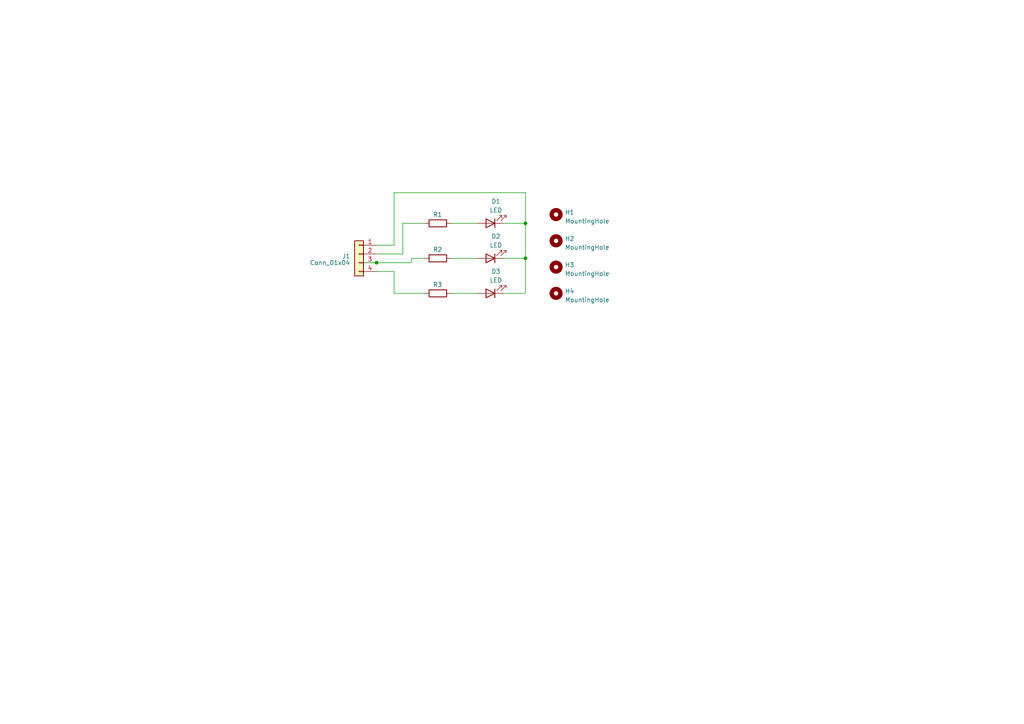
<source format=kicad_sch>
(kicad_sch (version 20230121) (generator eeschema)
  (paper "A4")
  (lib_symbols
    (symbol "Connector_Generic:Conn_01x04" (pin_names (offset 1.016) hide)
      (property "Reference" "J" (at 0 5.08 0))
      (property "Value" "Conn_01x04" (at 0 -7.62 0))
      (symbol "Conn_01x04_1_1"
        (rectangle (start -1.27 -4.953) (end 0 -5.207) (stroke (width 0.1524)))
        (rectangle (start -1.27 -2.413) (end 0 -2.667) (stroke (width 0.1524)))
        (rectangle (start -1.27 0.127) (end 0 -0.127) (stroke (width 0.1524)))
        (rectangle (start -1.27 2.667) (end 0 2.413) (stroke (width 0.1524)))
        (rectangle (start -1.27 3.81) (end 1.27 -6.35) (stroke (width 0.254)) (fill (type background)))
        (pin passive line (at -5.08 2.54 0) (length 3.81) (name "Pin_1") (number "1"))
        (pin passive line (at -5.08 0 0) (length 3.81) (name "Pin_2") (number "2"))
        (pin passive line (at -5.08 -2.54 0) (length 3.81) (name "Pin_3") (number "3"))
        (pin passive line (at -5.08 -5.08 0) (length 3.81) (name "Pin_4") (number "4"))
      )
    )
    (symbol "Device:LED" (pin_numbers hide) (pin_names (offset 1.016) hide)
      (property "Reference" "D" (at 0 2.54 0))
      (property "Value" "LED" (at 0 -2.54 0))
      (symbol "LED_0_1"
        (polyline (pts (xy -1.27 -1.27) (xy -1.27 1.27)) (stroke (width 0.254)))
        (polyline (pts (xy -1.27 0) (xy 1.27 0)))
        (polyline (pts (xy 1.27 -1.27) (xy 1.27 1.27) (xy -1.27 0) (xy 1.27 -1.27)) (stroke (width 0.254)))
        (polyline (pts (xy -3.048 -0.762) (xy -4.572 -2.286) (xy -3.81 -2.286) (xy -4.572 -2.286) (xy -4.572 -1.524)))
        (polyline (pts (xy -1.778 -0.762) (xy -3.302 -2.286) (xy -2.54 -2.286) (xy -3.302 -2.286) (xy -3.302 -1.524)))
      )
      (symbol "LED_1_1"
        (pin passive line (at -3.81 0 0) (length 2.54) (name "K") (number "1"))
        (pin passive line (at 3.81 0 180) (length 2.54) (name "A") (number "2"))
      )
    )
    (symbol "Device:R" (pin_numbers hide) (pin_names (offset 0))
      (property "Reference" "R" (at 2.032 0 90))
      (property "Value" "R" (at 0 0 90))
      (symbol "R_0_1"
        (rectangle (start -1.016 -2.54) (end 1.016 2.54) (stroke (width 0.254)))
      )
      (symbol "R_1_1"
        (pin passive line (at 0 3.81 270) (length 1.27) (name "~") (number "1"))
        (pin passive line (at 0 -3.81 90) (length 1.27) (name "~") (number "2"))
      )
    )
    (symbol "Mechanical:MountingHole" (pin_names (offset 1.016))
      (property "Reference" "H" (at 0 5.08 0))
      (property "Value" "MountingHole" (at 0 3.175 0))
      (symbol "MountingHole_0_1"
        (circle (center 0 0) (radius 1.27) (stroke (width 1.27)))
      )
    )
  )
  (junction (at 152.4 74.93))
  (junction (at 109.22 76.2))
  (junction (at 152.4 64.77))
  (wire (pts (xy 130.81 74.93) (xy 138.43 74.93)))
  (wire (pts (xy 146.05 64.77) (xy 152.4 64.77)))
  (wire (pts (xy 119.38 76.2) (xy 119.38 74.93)))
  (wire (pts (xy 152.4 74.93) (xy 152.4 64.77)))
  (wire (pts (xy 114.3 55.88) (xy 114.3 71.12)))
  (wire (pts (xy 114.3 78.74) (xy 114.3 85.09)))
  (wire (pts (xy 114.3 85.09) (xy 123.19 85.09)))
  (wire (pts (xy 152.4 85.09) (xy 152.4 74.93)))
  (wire (pts (xy 130.81 64.77) (xy 138.43 64.77)))
  (wire (pts (xy 109.22 73.66) (xy 116.84 73.66)))
  (wire (pts (xy 116.84 73.66) (xy 116.84 64.77)))
  (wire (pts (xy 146.05 85.09) (xy 152.4 85.09)))
  (wire (pts (xy 114.3 71.12) (xy 109.22 71.12)))
  (wire (pts (xy 152.4 64.77) (xy 152.4 55.88)))
  (wire (pts (xy 109.22 78.74) (xy 114.3 78.74)))
  (wire (pts (xy 109.22 76.2) (xy 119.38 76.2)))
  (wire (pts (xy 105.41 76.2) (xy 109.22 76.2)))
  (wire (pts (xy 146.05 74.93) (xy 152.4 74.93)))
  (wire (pts (xy 119.38 74.93) (xy 123.19 74.93)))
  (wire (pts (xy 130.81 85.09) (xy 138.43 85.09)))
  (wire (pts (xy 114.3 55.88) (xy 152.4 55.88)))
  (wire (pts (xy 116.84 64.77) (xy 123.19 64.77)))
  (symbol (lib_id "Mechanical:MountingHole") (at 161.29 77.47 0) (unit 1)
    (property "Reference" "H3" (at 163.83 76.835 0) (effects (justify left)))
    (property "Value" "MountingHole" (at 163.83 79.375 0) (effects (justify left)))
    (property "Footprint" "MountingHole:MountingHole_2.5mm" (effects hide))
  )
  (symbol (lib_id "Device:R") (at 127 64.77 90) (unit 1)
    (property "Reference" "R1" (at 128.27 62.23 90) (effects (justify left)))
    (property "Value" "R" (effects hide))
    (property "Footprint" "Resistor_THT:R_Axial_DIN0204_L3.6mm_D1.6mm_P5.08mm_Vertical" (effects hide))
  )
  (symbol (lib_id "Connector_Generic:Conn_01x04") (at 104.14 73.66 0) (mirror y) (unit 1)
    (property "Reference" "J1" (at 101.6 74.295 0) (effects (justify left)))
    (property "Value" "Conn_01x04" (at 101.6 76.2 0) (effects (justify left)))
    (property "Footprint" "Connector_PinHeader_2.00mm:PinHeader_1x04_P2.00mm_Vertical_SMD_Pin1Left" (effects hide))
  )
  (symbol (lib_id "Device:R") (at 127 74.93 90) (unit 1)
    (property "Reference" "R2" (at 128.27 72.39 90) (effects (justify left)))
    (property "Value" "R" (effects hide))
    (property "Footprint" "Resistor_THT:R_Axial_DIN0204_L3.6mm_D1.6mm_P5.08mm_Horizontal" (effects hide))
  )
  (symbol (lib_id "Device:LED") (at 142.24 74.93 180) (unit 1)
    (property "Reference" "D2" (at 143.8275 68.58 0))
    (property "Value" "LED" (at 143.8275 71.12 0))
    (property "Footprint" "LED_THT:LED_D3.0mm" (effects hide))
  )
  (symbol (lib_id "Mechanical:MountingHole") (at 161.29 85.09 0) (unit 1)
    (property "Reference" "H4" (at 163.83 84.455 0) (effects (justify left)))
    (property "Value" "MountingHole" (at 163.83 86.995 0) (effects (justify left)))
    (property "Footprint" "MountingHole:MountingHole_2.5mm" (effects hide))
  )
  (symbol (lib_id "Mechanical:MountingHole") (at 161.29 69.85 0) (unit 1)
    (property "Reference" "H2" (at 163.83 69.215 0) (effects (justify left)))
    (property "Value" "MountingHole" (at 163.83 71.755 0) (effects (justify left)))
    (property "Footprint" "MountingHole:MountingHole_2.5mm" (effects hide))
  )
  (symbol (lib_id "Device:LED") (at 142.24 85.09 180) (unit 1)
    (property "Reference" "D3" (at 143.8275 78.74 0))
    (property "Value" "LED" (at 143.8275 81.28 0))
    (property "Footprint" "LED_THT:LED_D3.0mm" (effects hide))
  )
  (symbol (lib_id "Device:LED") (at 142.24 64.77 180) (unit 1)
    (property "Reference" "D1" (at 143.8275 58.42 0))
    (property "Value" "LED" (at 143.8275 60.96 0))
    (property "Footprint" "LED_THT:LED_D3.0mm" (effects hide))
  )
  (symbol (lib_id "Mechanical:MountingHole") (at 161.29 62.23 0) (unit 1)
    (property "Reference" "H1" (at 163.83 61.595 0) (effects (justify left)))
    (property "Value" "MountingHole" (at 163.83 64.135 0) (effects (justify left)))
    (property "Footprint" "MountingHole:MountingHole_2.5mm" (effects hide))
  )
  (symbol (lib_id "Device:R") (at 127 85.09 90) (unit 1)
    (property "Reference" "R3" (at 128.27 82.55 90) (effects (justify left)))
    (property "Value" "R" (effects hide))
    (property "Footprint" "Resistor_THT:R_Axial_DIN0204_L3.6mm_D1.6mm_P5.08mm_Horizontal" (effects hide))
  )
)
</source>
